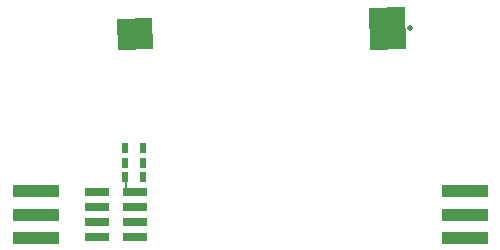
<source format=gbs>
G04 #@! TF.FileFunction,Soldermask,Bot*
%FSLAX46Y46*%
G04 Gerber Fmt 4.6, Leading zero omitted, Abs format (unit mm)*
G04 Created by KiCad (PCBNEW 4.0.0-rc2-stable) date 3/3/2016 3:46:00 PM*
%MOMM*%
G01*
G04 APERTURE LIST*
%ADD10C,0.150000*%
%ADD11R,4.000000X1.000000*%
%ADD12C,0.600000*%
%ADD13C,0.500000*%
%ADD14R,2.000000X0.760000*%
%ADD15R,2.000000X0.740000*%
%ADD16R,0.600000X0.900000*%
%ADD17R,0.200000X0.900000*%
G04 APERTURE END LIST*
D10*
D11*
X49020844Y-46192207D03*
X49020844Y-48192207D03*
X49020844Y-50192207D03*
D12*
X50020844Y-46192207D03*
X50020844Y-48192207D03*
X50020844Y-50192207D03*
D11*
X85363190Y-50192207D03*
X85363190Y-48192207D03*
X85363190Y-46192207D03*
D12*
X84363190Y-50192207D03*
X84363190Y-48192207D03*
X84363190Y-46192207D03*
D10*
G36*
X55907326Y-31645879D02*
X58906570Y-31578559D01*
X58964914Y-34177905D01*
X55965670Y-34245225D01*
X55907326Y-31645879D01*
X55907326Y-31645879D01*
G37*
G36*
X77290718Y-30665791D02*
X80289962Y-30598471D01*
X80370746Y-34197565D01*
X77371502Y-34264885D01*
X77290718Y-30665791D01*
X77290718Y-30665791D01*
G37*
D13*
X80730253Y-32389042D03*
D14*
X54227785Y-46250647D03*
X54227785Y-47520647D03*
X54227785Y-48790647D03*
X54227785Y-50060647D03*
X57427785Y-46250647D03*
X57427785Y-47520647D03*
X57427785Y-48790647D03*
D15*
X57427785Y-50060647D03*
D16*
X58127785Y-45055647D03*
X56627785Y-45055647D03*
X56627785Y-43805647D03*
X58127785Y-43805647D03*
X58127785Y-42555647D03*
X56627785Y-42555647D03*
D17*
X56677785Y-45705647D03*
M02*

</source>
